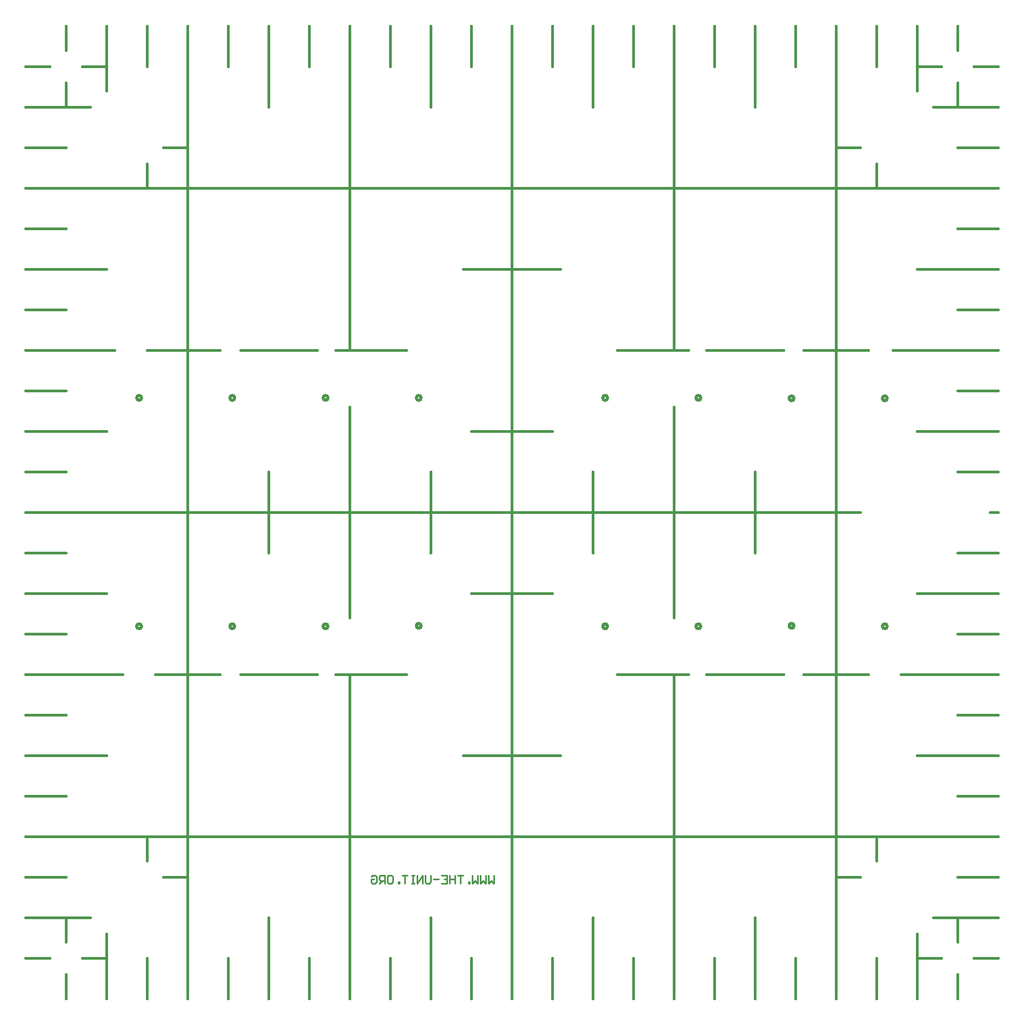
<source format=gbr>
%TF.GenerationSoftware,Altium Limited,Altium Designer,24.0.1 (36)*%
G04 Layer_Color=32896*
%FSLAX45Y45*%
%MOMM*%
%TF.SameCoordinates,30B9EBA5-48D0-47E5-9341-C4D43BC7BEBE*%
%TF.FilePolarity,Positive*%
%TF.FileFunction,Legend,Bot*%
%TF.Part,Single*%
G01*
G75*
%TA.AperFunction,NonConductor*%
%ADD18C,0.25400*%
%ADD19C,0.50800*%
%ADD24C,0.38100*%
D18*
X-279400Y-5689641D02*
Y-5816600D01*
X-321720Y-5774280D01*
X-364039Y-5816600D01*
Y-5689641D01*
X-406359D02*
Y-5816600D01*
X-448679Y-5774280D01*
X-490998Y-5816600D01*
Y-5689641D01*
X-533318D02*
Y-5816600D01*
X-575637Y-5774280D01*
X-617957Y-5816600D01*
Y-5689641D01*
X-660277Y-5816600D02*
Y-5795440D01*
X-681436D01*
Y-5816600D01*
X-660277D01*
X-766076Y-5689641D02*
X-850715D01*
X-808395D01*
Y-5816600D01*
X-893035Y-5689641D02*
Y-5816600D01*
Y-5753121D01*
X-977674D01*
Y-5689641D01*
Y-5816600D01*
X-1104633Y-5689641D02*
X-1019993D01*
Y-5816600D01*
X-1104633D01*
X-1019993Y-5753121D02*
X-1062313D01*
X-1146952D02*
X-1231592D01*
X-1273911Y-5689641D02*
Y-5795440D01*
X-1295071Y-5816600D01*
X-1337391D01*
X-1358550Y-5795440D01*
Y-5689641D01*
X-1400870Y-5816600D02*
Y-5689641D01*
X-1485509Y-5816600D01*
Y-5689641D01*
X-1527829D02*
X-1570148D01*
X-1548989D01*
Y-5816600D01*
X-1527829D01*
X-1570148D01*
X-1633628Y-5689641D02*
X-1718267D01*
X-1675948D01*
Y-5816600D01*
X-1760587D02*
Y-5795440D01*
X-1781746D01*
Y-5816600D01*
X-1760587D01*
X-1929865Y-5689641D02*
X-1887546D01*
X-1866386Y-5710801D01*
Y-5795440D01*
X-1887546Y-5816600D01*
X-1929865D01*
X-1951025Y-5795440D01*
Y-5710801D01*
X-1929865Y-5689641D01*
X-1993345Y-5816600D02*
Y-5689641D01*
X-2056824D01*
X-2077984Y-5710801D01*
Y-5753121D01*
X-2056824Y-5774280D01*
X-1993345D01*
X-2035664D02*
X-2077984Y-5816600D01*
X-2204943Y-5710801D02*
X-2183783Y-5689641D01*
X-2141463D01*
X-2120304Y-5710801D01*
Y-5795440D01*
X-2141463Y-5816600D01*
X-2183783D01*
X-2204943Y-5795440D01*
Y-5753121D01*
X-2162623D01*
D19*
X-1422400Y1789620D02*
G03*
X-1422400Y1789620I-38100J0D01*
G01*
X-5803900D02*
G03*
X-5803900Y1789620I-38100J0D01*
G01*
X-4343400D02*
G03*
X-4343400Y1789620I-38100J0D01*
G01*
X-2882900D02*
G03*
X-2882900Y1789620I-38100J0D01*
G01*
X5880100Y-1789620D02*
G03*
X5880100Y-1789620I-38100J0D01*
G01*
X4419600Y-1781620D02*
G03*
X4419600Y-1781620I-38100J0D01*
G01*
X2959100Y-1789620D02*
G03*
X2959100Y-1789620I-38100J0D01*
G01*
X1498600D02*
G03*
X1498600Y-1789620I-38100J0D01*
G01*
X-1422400Y-1781620D02*
G03*
X-1422400Y-1781620I-38100J0D01*
G01*
X-2882900Y-1789620D02*
G03*
X-2882900Y-1789620I-38100J0D01*
G01*
X-4343400D02*
G03*
X-4343400Y-1789620I-38100J0D01*
G01*
X-5803900D02*
G03*
X-5803900Y-1789620I-38100J0D01*
G01*
X5880100Y1781620D02*
G03*
X5880100Y1781620I-38100J0D01*
G01*
X4419600D02*
G03*
X4419600Y1781620I-38100J0D01*
G01*
X2959100Y1789620D02*
G03*
X2959100Y1789620I-38100J0D01*
G01*
X1498600D02*
G03*
X1498600Y1789620I-38100J0D01*
G01*
D24*
X-5080000Y-2540000D02*
X-4572000D01*
X-4254500D02*
X-3048000D01*
X-2762250D02*
X-1651000D01*
X1651000D02*
X2762250D01*
X3048000D02*
X4254500D01*
X4572000D02*
X5080000D01*
X4572000Y2540000D02*
X5080000D01*
X3048000D02*
X4254500D01*
X1651000D02*
X2762250D01*
X-2762250D02*
X-1651000D01*
X-4254500D02*
X-3048000D01*
X-5080000D02*
X-4572000D01*
X3810000Y-635000D02*
Y635000D01*
X-3810000Y-635000D02*
Y635000D01*
X-1270000Y-635000D02*
Y635000D01*
X1270000Y-635000D02*
Y635000D01*
X2540000Y-1651000D02*
X2540000Y1651000D01*
X-2540000Y-1651000D02*
X-2540000Y1651000D01*
X-381000Y-3810000D02*
X762000D01*
X-762000D02*
X-381000D01*
X-635000Y-1270000D02*
X635000Y-1270000D01*
X0Y-3556000D02*
Y0D01*
Y-5080000D02*
Y-3429000D01*
X-635000Y1270000D02*
X635000Y1270000D01*
X-762000Y3810000D02*
X-381000D01*
X-444500D02*
X762000D01*
X0Y0D02*
Y3556000D01*
X-5080000Y0D02*
X5461000D01*
X-5715000Y-5461000D02*
Y-5080000D01*
X-5461000Y-5715000D02*
X-5080000D01*
X5080000D02*
X5461000D01*
X5715000Y-5461000D02*
Y-5080000D01*
Y5080000D02*
Y5461000D01*
X5080000Y5715000D02*
X5461000D01*
X-5461000D02*
X-5080000D01*
X-5715000Y5080000D02*
Y5461000D01*
Y2540000D02*
X-5080000D01*
X5080000D02*
X5588000D01*
X-5588000Y-2540000D02*
X-5080000D01*
X5080000D02*
X5588000D01*
X5079999Y-254000D02*
X5080000Y5334000D01*
Y-5080000D02*
Y-254000D01*
X6350000Y-6985000D02*
X6731000D01*
X6985000Y-6731000D02*
Y-6350000D01*
Y-7620000D02*
Y-7239000D01*
X7239000Y-6985000D02*
X7620000D01*
X6604000Y-6350000D02*
X7620000D01*
X6350000Y-7620000D02*
Y-6604000D01*
X6985000Y-5715000D02*
X7620000D01*
X5080000Y-5080000D02*
X7620000D01*
X5080000Y-7620000D02*
Y-5080000D01*
X6096000Y-2540000D02*
X7620000Y-2540000D01*
X7493000Y0D02*
X7620000D01*
X5969000Y2540000D02*
X7620000Y2540000D01*
X5080000Y5080000D02*
X7620000D01*
X6350000Y-3810000D02*
X7620000D01*
X6350000Y-1270000D02*
X7620000D01*
X6350000Y1270000D02*
X7620000D01*
X6350000Y3810000D02*
X7620000D01*
X6604000Y6350000D02*
X7620000D01*
X6350000Y6604000D02*
Y7620000D01*
X6985000Y-4445000D02*
X7620000D01*
X6985000Y-3175000D02*
X7620000D01*
X6985000Y-1905000D02*
X7620000D01*
X6985000Y-635000D02*
X7620000D01*
X6985000Y635000D02*
X7620000D01*
X6985000Y1905000D02*
X7620000D01*
X6985000Y3175000D02*
X7620000D01*
X6985000Y4445000D02*
X7620000D01*
X6985000Y5715000D02*
X7620000D01*
X7239000Y6985000D02*
X7620000D01*
X6985000Y7239000D02*
Y7620000D01*
Y6350000D02*
Y6731000D01*
X6350000Y6985000D02*
X6731000D01*
X7239000D02*
X7620000D01*
X6985000Y7239000D02*
Y7620000D01*
X6350000Y6604000D02*
Y7620000D01*
X6604000Y6350000D02*
X7620000D01*
X5715000Y6985000D02*
Y7620000D01*
X5080000Y5080000D02*
Y7620000D01*
Y5080000D02*
X7620000D01*
X2540000Y2540000D02*
X2540000Y7620000D01*
X0Y7493000D02*
Y7620000D01*
X-2540000Y2540000D02*
X-2540000Y7620000D01*
X-5080000Y5080000D02*
Y7620000D01*
X0Y6223000D02*
Y7239000D01*
X-0Y7620000D02*
X0Y3556000D01*
X-7620000Y5080000D02*
X5080000D01*
X3810000Y6350000D02*
Y7620000D01*
X1270000Y6350000D02*
Y7620000D01*
X-1270000Y6350000D02*
Y7620000D01*
X-3810000Y6350000D02*
Y7620000D01*
X-6350000Y6604000D02*
Y7620000D01*
X-7620000Y6350000D02*
X-6604000D01*
X4445000Y6985000D02*
Y7620000D01*
X3175000Y6985000D02*
Y7620000D01*
X1905000Y6985000D02*
Y7620000D01*
X635000Y6985000D02*
Y7620000D01*
X-635000Y6985000D02*
Y7620000D01*
X-1905000Y6985000D02*
Y7620000D01*
X-3175000Y6985000D02*
Y7620000D01*
X-4445000Y6985000D02*
Y7620000D01*
X-5715000Y6985000D02*
Y7620000D01*
X-6985000Y7239000D02*
Y7620000D01*
X-7620000Y6985000D02*
X-7239000D01*
X-6731000D02*
X-6350000D01*
X-6985000Y6350000D02*
Y6731000D01*
Y7239000D02*
Y7620000D01*
X-7620000Y6985000D02*
X-7239000D01*
X-7620000Y6350000D02*
X-6604000D01*
X-6350000Y6604000D02*
Y7620000D01*
X-7620000Y5715000D02*
X-6985000D01*
X-7620000Y5080000D02*
X-5080000D01*
Y7620000D01*
X-7620000Y2540000D02*
X-6223000D01*
X-7620000Y0D02*
X-7493000D01*
X-7620000Y-2540000D02*
X-6096000D01*
X-7620000Y-5080000D02*
X-5080000D01*
X-7493000Y-0D02*
X-5842000Y0D01*
X-5080000D01*
Y-7620000D02*
Y5080000D01*
X-7620000Y3810000D02*
X-6350000D01*
X-7620000Y1270000D02*
X-6350000D01*
X-7620000Y-1270000D02*
X-6350000D01*
X-7620000Y-3810000D02*
X-6350000D01*
X-7620000Y-6350000D02*
X-6604000D01*
X-6350000Y-7620000D02*
Y-6604000D01*
X-7620000Y4445000D02*
X-6985000D01*
X-7620000Y3175000D02*
X-6985000D01*
X-7620000Y1905000D02*
X-6985000D01*
X-7620000Y635000D02*
X-6985000D01*
X-7620000Y-635000D02*
X-6985000D01*
X-7620000Y-1905000D02*
X-6985000D01*
X-7620000Y-3175000D02*
X-6985000D01*
X-7620000Y-4445000D02*
X-6985000D01*
X-7620000Y-5715000D02*
X-6985000D01*
X-7620000Y-6985000D02*
X-7239000D01*
X-6985000Y-7620000D02*
Y-7239000D01*
X7239000Y-6985000D02*
X7620000D01*
X6985000Y-7620000D02*
Y-7239000D01*
X5715000Y-7620000D02*
Y-6985000D01*
X4445000Y-7620000D02*
Y-6985000D01*
X3175000Y-7620000D02*
Y-6985000D01*
X1905000Y-7620000D02*
Y-6985000D01*
X635000Y-7620000D02*
Y-6985000D01*
X-635000Y-7620000D02*
Y-6985000D01*
X-1905000Y-7620000D02*
Y-6985000D01*
X-3175000Y-7620000D02*
Y-6985000D01*
X-4445000Y-7620000D02*
Y-6985000D01*
X6604000Y-6350000D02*
X7620000D01*
X6350000Y-7620000D02*
Y-6604000D01*
X3810000Y-7620000D02*
Y-6350000D01*
X1270000Y-7620000D02*
Y-6350000D01*
X-1270000Y-7620000D02*
Y-6350000D01*
X-3810000Y-7620000D02*
Y-6350000D01*
X-5080000Y-5080000D02*
X7620000D01*
X0Y-7620000D02*
Y-5080000D01*
Y-7239000D02*
Y-6223000D01*
X5080000Y-7620000D02*
Y-5080000D01*
X2540000Y-2540000D02*
X2540000Y-7620000D01*
X0D02*
Y-7493000D01*
X-2540000Y-2540000D02*
X-2540000Y-7620000D01*
X-7620000Y-5080000D02*
X-5080000D01*
Y-7620000D02*
Y-5080000D01*
X-5715000Y-7620000D02*
Y-6985000D01*
X-7620000Y-6350000D02*
X-6604000D01*
X-6350000Y-7620000D02*
Y-6604000D01*
X-6985000Y-7620000D02*
Y-7239000D01*
X-7620000Y-6985000D02*
X-7239000D01*
X-6731000D02*
X-6350000D01*
X-6985000Y-6731000D02*
Y-6350000D01*
%TF.MD5,a0845d767963ff8c6dcbe6b51f286f15*%
M02*

</source>
